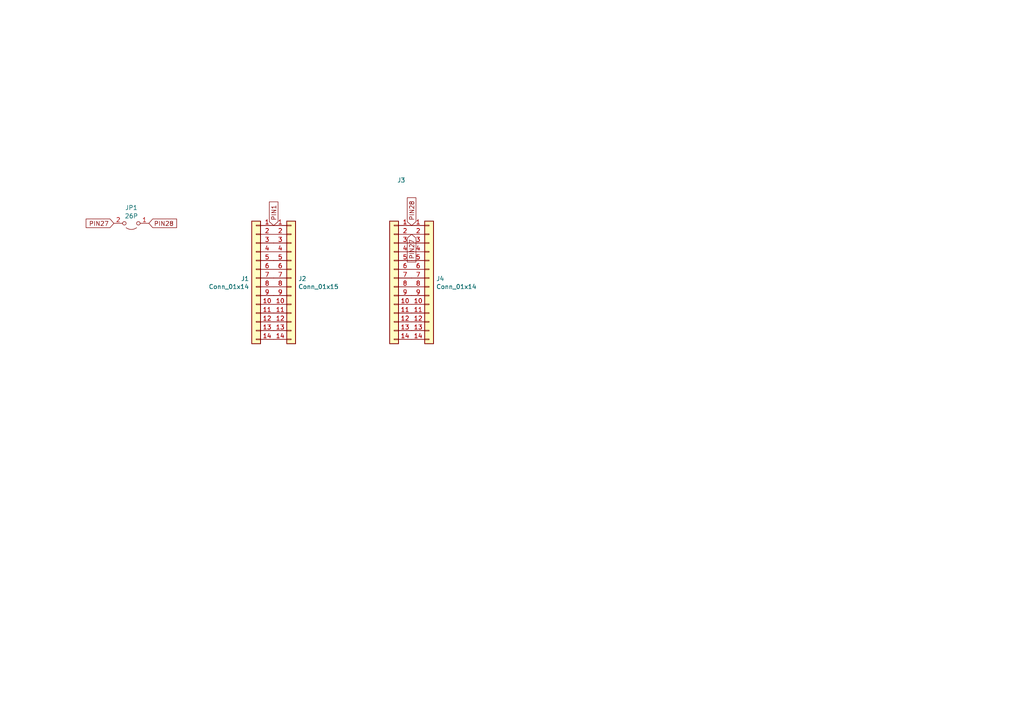
<source format=kicad_sch>
(kicad_sch (version 20230121) (generator eeschema)
  (paper "A4")
  (lib_symbols
    (symbol "Connector_Generic:Conn_01x14" (pin_names (offset 1.016) hide)
      (property "Reference" "J" (at 0 17.78 0))
      (property "Value" "Conn_01x14" (at 0 -20.32 0))
      (symbol "Conn_01x14_1_1"
        (rectangle (start -1.27 -17.653) (end 0 -17.907) (stroke (width 0.1524)))
        (rectangle (start -1.27 -15.113) (end 0 -15.367) (stroke (width 0.1524)))
        (rectangle (start -1.27 -12.573) (end 0 -12.827) (stroke (width 0.1524)))
        (rectangle (start -1.27 -10.033) (end 0 -10.287) (stroke (width 0.1524)))
        (rectangle (start -1.27 -7.493) (end 0 -7.747) (stroke (width 0.1524)))
        (rectangle (start -1.27 -4.953) (end 0 -5.207) (stroke (width 0.1524)))
        (rectangle (start -1.27 -2.413) (end 0 -2.667) (stroke (width 0.1524)))
        (rectangle (start -1.27 0.127) (end 0 -0.127) (stroke (width 0.1524)))
        (rectangle (start -1.27 2.667) (end 0 2.413) (stroke (width 0.1524)))
        (rectangle (start -1.27 5.207) (end 0 4.953) (stroke (width 0.1524)))
        (rectangle (start -1.27 7.747) (end 0 7.493) (stroke (width 0.1524)))
        (rectangle (start -1.27 10.287) (end 0 10.033) (stroke (width 0.1524)))
        (rectangle (start -1.27 12.827) (end 0 12.573) (stroke (width 0.1524)))
        (rectangle (start -1.27 15.367) (end 0 15.113) (stroke (width 0.1524)))
        (rectangle (start -1.27 16.51) (end 1.27 -19.05) (stroke (width 0.254)) (fill (type background)))
        (pin passive line (at -5.08 15.24 0) (length 3.81) (name "Pin_1") (number "1"))
        (pin passive line (at -5.08 -7.62 0) (length 3.81) (name "Pin_10") (number "10"))
        (pin passive line (at -5.08 -10.16 0) (length 3.81) (name "Pin_11") (number "11"))
        (pin passive line (at -5.08 -12.7 0) (length 3.81) (name "Pin_12") (number "12"))
        (pin passive line (at -5.08 -15.24 0) (length 3.81) (name "Pin_13") (number "13"))
        (pin passive line (at -5.08 -17.78 0) (length 3.81) (name "Pin_14") (number "14"))
        (pin passive line (at -5.08 12.7 0) (length 3.81) (name "Pin_2") (number "2"))
        (pin passive line (at -5.08 10.16 0) (length 3.81) (name "Pin_3") (number "3"))
        (pin passive line (at -5.08 7.62 0) (length 3.81) (name "Pin_4") (number "4"))
        (pin passive line (at -5.08 5.08 0) (length 3.81) (name "Pin_5") (number "5"))
        (pin passive line (at -5.08 2.54 0) (length 3.81) (name "Pin_6") (number "6"))
        (pin passive line (at -5.08 0 0) (length 3.81) (name "Pin_7") (number "7"))
        (pin passive line (at -5.08 -2.54 0) (length 3.81) (name "Pin_8") (number "8"))
        (pin passive line (at -5.08 -5.08 0) (length 3.81) (name "Pin_9") (number "9"))
      )
    )
    (symbol "Jumper:Jumper_2_Open" (pin_names (offset 0) hide)
      (property "Reference" "JP" (at 0 2.794 0))
      (property "Value" "Jumper_2_Open" (at 0 -2.286 0))
      (symbol "Jumper_2_Open_0_0"
        (circle (center -2.032 0) (radius 0.508))
        (circle (center 2.032 0) (radius 0.508))
      )
      (symbol "Jumper_2_Open_0_1"
        (arc (start 1.524 1.27) (mid 0 1.778) (end -1.524 1.27))
      )
      (symbol "Jumper_2_Open_1_1"
        (pin passive line (at -5.08 0 0) (length 2.54) (name "A") (number "1"))
        (pin passive line (at 5.08 0 180) (length 2.54) (name "B") (number "2"))
      )
    )
  )
  (global_label "PIN27" (shape input) (at 33.02 64.77 180) (property "Intersheetrefs" "${INTERSHEET_REFS}" (effects hide)))
  (global_label "PIN28" (shape input) (at 43.18 64.77 0) (property "Intersheetrefs" "${INTERSHEET_REFS}" (effects hide)))
  (global_label "PIN28" (shape input) (at 119.38 65.405 90) (property "Intersheetrefs" "${INTERSHEET_REFS}" (effects hide)))
  (global_label "PIN27" (shape input) (at 119.38 67.945 270) (property "Intersheetrefs" "${INTERSHEET_REFS}" (effects hide)))
  (global_label "PIN1" (shape input) (at 79.375 65.405 90) (property "Intersheetrefs" "${INTERSHEET_REFS}" (effects hide)))
  (symbol (lib_id "Connector_Generic:Conn_01x14") (at 74.295 80.645 0) (mirror y) (unit 1)
    (property "Reference" "J1" (at 72.263 80.8482 0) (effects (justify left)))
    (property "Value" "Conn_01x14" (at 72.263 83.1596 0) (effects (justify left)))
    (property "Footprint" "Connector_PinHeader_2.54mm:PinHeader_1x14_P2.54mm_Vertical" (effects hide))
  )
  (symbol (lib_id "Connector_Generic:Conn_01x14") (at 84.455 80.645 0) (unit 1)
    (property "Reference" "J2" (at 86.487 80.8482 0) (effects (justify left)))
    (property "Value" "Conn_01x15" (at 86.487 83.1596 0) (effects (justify left)))
    (property "Footprint" "Connector_PinSocket_2.54mm:PinSocket_1x15_P2.54mm_Vertical" (effects hide))
  )
  (symbol (lib_id "Connector_Generic:Conn_01x14") (at 114.3 80.645 0) (mirror y) (unit 1)
    (property "Reference" "J3" (at 116.3828 52.2732 0))
    (property "Value" "Conn_01x15" (effects hide))
    (property "Footprint" "Connector_PinSocket_2.54mm:PinSocket_1x15_P2.54mm_Vertical" (effects hide))
  )
  (symbol (lib_id "Connector_Generic:Conn_01x14") (at 124.46 80.645 0) (unit 1)
    (property "Reference" "J4" (at 126.492 80.8482 0) (effects (justify left)))
    (property "Value" "Conn_01x14" (at 126.492 83.1596 0) (effects (justify left)))
    (property "Footprint" "Connector_PinHeader_2.54mm:PinHeader_1x14_P2.54mm_Vertical" (effects hide))
  )
  (symbol (lib_id "Jumper:Jumper_2_Open") (at 38.1 64.77 180) (unit 1)
    (property "Reference" "JP1" (at 38.1 60.2447 0))
    (property "Value" "26P" (at 38.1 62.6689 0))
    (property "Footprint" "Jumper:SolderJumper-2_P1.3mm_Open_RoundedPad1.0x1.5mm" (effects hide))
  )
)
</source>
